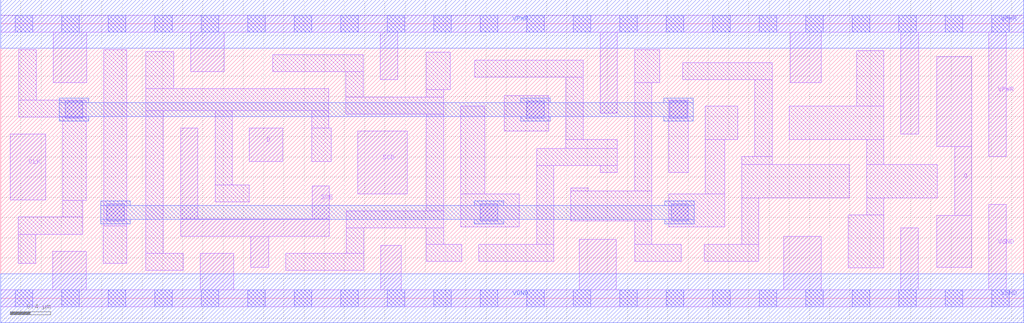
<source format=lef>
# Copyright 2020 The SkyWater PDK Authors
#
# Licensed under the Apache License, Version 2.0 (the "License");
# you may not use this file except in compliance with the License.
# You may obtain a copy of the License at
#
#     https://www.apache.org/licenses/LICENSE-2.0
#
# Unless required by applicable law or agreed to in writing, software
# distributed under the License is distributed on an "AS IS" BASIS,
# WITHOUT WARRANTIES OR CONDITIONS OF ANY KIND, either express or implied.
# See the License for the specific language governing permissions and
# limitations under the License.
#
# SPDX-License-Identifier: Apache-2.0

VERSION 5.7 ;
  NAMESCASESENSITIVE ON ;
  NOWIREEXTENSIONATPIN ON ;
  DIVIDERCHAR "/" ;
  BUSBITCHARS "[]" ;
UNITS
  DATABASE MICRONS 200 ;
END UNITS
MACRO sky130_fd_sc_hd__sdfxtp_2
  CLASS CORE ;
  SOURCE USER ;
  FOREIGN sky130_fd_sc_hd__sdfxtp_2 ;
  ORIGIN  0.000000  0.000000 ;
  SIZE  10.12000 BY  2.720000 ;
  SYMMETRY X Y R90 ;
  SITE unithd ;
  PIN D
    ANTENNAGATEAREA  0.159000 ;
    DIRECTION INPUT ;
    USE SIGNAL ;
    PORT
      LAYER li1 ;
        RECT 2.460000 1.355000 2.790000 1.685000 ;
    END
  END D
  PIN Q
    ANTENNADIFFAREA  0.445500 ;
    DIRECTION OUTPUT ;
    USE SIGNAL ;
    PORT
      LAYER li1 ;
        RECT 9.260000 0.305000 9.605000 0.820000 ;
        RECT 9.260000 1.505000 9.605000 2.395000 ;
        RECT 9.435000 0.820000 9.605000 1.505000 ;
    END
  END Q
  PIN SCD
    ANTENNAGATEAREA  0.159000 ;
    DIRECTION INPUT ;
    USE SIGNAL ;
    PORT
      LAYER li1 ;
        RECT 3.530000 1.035000 4.020000 1.655000 ;
    END
  END SCD
  PIN SCE
    ANTENNAGATEAREA  0.318000 ;
    DIRECTION INPUT ;
    USE SIGNAL ;
    PORT
      LAYER li1 ;
        RECT 1.780000 0.615000 3.250000 0.785000 ;
        RECT 1.780000 0.785000 1.950000 1.685000 ;
        RECT 2.475000 0.305000 2.650000 0.615000 ;
        RECT 3.080000 0.785000 3.250000 1.115000 ;
    END
  END SCE
  PIN CLK
    ANTENNAGATEAREA  0.159000 ;
    DIRECTION INPUT ;
    USE CLOCK ;
    PORT
      LAYER li1 ;
        RECT 0.095000 0.975000 0.445000 1.625000 ;
    END
  END CLK
  PIN VGND
    DIRECTION INOUT ;
    SHAPE ABUTMENT ;
    USE GROUND ;
    PORT
      LAYER li1 ;
        RECT 0.000000 -0.085000 10.120000 0.085000 ;
        RECT 0.515000  0.085000  0.845000 0.465000 ;
        RECT 1.975000  0.085000  2.305000 0.445000 ;
        RECT 3.760000  0.085000  3.960000 0.525000 ;
        RECT 5.720000  0.085000  6.090000 0.585000 ;
        RECT 7.745000  0.085000  8.115000 0.615000 ;
        RECT 8.905000  0.085000  9.075000 0.695000 ;
        RECT 9.775000  0.085000  9.945000 0.930000 ;
      LAYER mcon ;
        RECT 0.145000 -0.085000 0.315000 0.085000 ;
        RECT 0.605000 -0.085000 0.775000 0.085000 ;
        RECT 1.065000 -0.085000 1.235000 0.085000 ;
        RECT 1.525000 -0.085000 1.695000 0.085000 ;
        RECT 1.985000 -0.085000 2.155000 0.085000 ;
        RECT 2.445000 -0.085000 2.615000 0.085000 ;
        RECT 2.905000 -0.085000 3.075000 0.085000 ;
        RECT 3.365000 -0.085000 3.535000 0.085000 ;
        RECT 3.825000 -0.085000 3.995000 0.085000 ;
        RECT 4.285000 -0.085000 4.455000 0.085000 ;
        RECT 4.745000 -0.085000 4.915000 0.085000 ;
        RECT 5.205000 -0.085000 5.375000 0.085000 ;
        RECT 5.665000 -0.085000 5.835000 0.085000 ;
        RECT 6.125000 -0.085000 6.295000 0.085000 ;
        RECT 6.585000 -0.085000 6.755000 0.085000 ;
        RECT 7.045000 -0.085000 7.215000 0.085000 ;
        RECT 7.505000 -0.085000 7.675000 0.085000 ;
        RECT 7.965000 -0.085000 8.135000 0.085000 ;
        RECT 8.425000 -0.085000 8.595000 0.085000 ;
        RECT 8.885000 -0.085000 9.055000 0.085000 ;
        RECT 9.345000 -0.085000 9.515000 0.085000 ;
        RECT 9.805000 -0.085000 9.975000 0.085000 ;
      LAYER met1 ;
        RECT 0.000000 -0.240000 10.120000 0.240000 ;
    END
  END VGND
  PIN VPWR
    DIRECTION INOUT ;
    SHAPE ABUTMENT ;
    USE POWER ;
    PORT
      LAYER li1 ;
        RECT 0.000000 2.635000 10.120000 2.805000 ;
        RECT 0.520000 2.135000  0.850000 2.635000 ;
        RECT 1.880000 2.245000  2.210000 2.635000 ;
        RECT 3.755000 2.165000  3.925000 2.635000 ;
        RECT 5.930000 1.835000  6.100000 2.635000 ;
        RECT 7.810000 2.135000  8.115000 2.635000 ;
        RECT 8.905000 1.625000  9.080000 2.635000 ;
        RECT 9.775000 1.405000  9.945000 2.635000 ;
      LAYER mcon ;
        RECT 0.145000 2.635000 0.315000 2.805000 ;
        RECT 0.605000 2.635000 0.775000 2.805000 ;
        RECT 1.065000 2.635000 1.235000 2.805000 ;
        RECT 1.525000 2.635000 1.695000 2.805000 ;
        RECT 1.985000 2.635000 2.155000 2.805000 ;
        RECT 2.445000 2.635000 2.615000 2.805000 ;
        RECT 2.905000 2.635000 3.075000 2.805000 ;
        RECT 3.365000 2.635000 3.535000 2.805000 ;
        RECT 3.825000 2.635000 3.995000 2.805000 ;
        RECT 4.285000 2.635000 4.455000 2.805000 ;
        RECT 4.745000 2.635000 4.915000 2.805000 ;
        RECT 5.205000 2.635000 5.375000 2.805000 ;
        RECT 5.665000 2.635000 5.835000 2.805000 ;
        RECT 6.125000 2.635000 6.295000 2.805000 ;
        RECT 6.585000 2.635000 6.755000 2.805000 ;
        RECT 7.045000 2.635000 7.215000 2.805000 ;
        RECT 7.505000 2.635000 7.675000 2.805000 ;
        RECT 7.965000 2.635000 8.135000 2.805000 ;
        RECT 8.425000 2.635000 8.595000 2.805000 ;
        RECT 8.885000 2.635000 9.055000 2.805000 ;
        RECT 9.345000 2.635000 9.515000 2.805000 ;
        RECT 9.805000 2.635000 9.975000 2.805000 ;
      LAYER met1 ;
        RECT 0.000000 2.480000 10.120000 2.960000 ;
    END
  END VPWR
  OBS
    LAYER li1 ;
      RECT 0.175000 0.345000 0.345000 0.635000 ;
      RECT 0.175000 0.635000 0.810000 0.805000 ;
      RECT 0.180000 1.795000 0.845000 1.965000 ;
      RECT 0.180000 1.965000 0.350000 2.465000 ;
      RECT 0.615000 0.805000 0.810000 0.970000 ;
      RECT 0.615000 0.970000 0.845000 1.795000 ;
      RECT 1.015000 0.345000 1.245000 0.715000 ;
      RECT 1.020000 0.715000 1.245000 2.465000 ;
      RECT 1.435000 0.275000 1.805000 0.445000 ;
      RECT 1.435000 0.445000 1.605000 1.860000 ;
      RECT 1.435000 1.860000 3.245000 2.075000 ;
      RECT 1.435000 2.075000 1.710000 2.445000 ;
      RECT 2.120000 0.955000 2.460000 1.125000 ;
      RECT 2.120000 1.125000 2.290000 1.860000 ;
      RECT 2.690000 2.245000 3.585000 2.415000 ;
      RECT 2.820000 0.275000 3.590000 0.445000 ;
      RECT 3.075000 1.355000 3.270000 1.685000 ;
      RECT 3.075000 1.685000 3.245000 1.860000 ;
      RECT 3.415000 1.825000 4.380000 1.995000 ;
      RECT 3.415000 1.995000 3.585000 2.245000 ;
      RECT 3.420000 0.445000 3.590000 0.695000 ;
      RECT 3.420000 0.695000 4.380000 0.865000 ;
      RECT 4.210000 0.365000 4.560000 0.535000 ;
      RECT 4.210000 0.535000 4.380000 0.695000 ;
      RECT 4.210000 0.865000 4.380000 1.825000 ;
      RECT 4.210000 1.995000 4.380000 2.065000 ;
      RECT 4.210000 2.065000 4.445000 2.440000 ;
      RECT 4.550000 0.705000 5.130000 1.035000 ;
      RECT 4.550000 1.035000 4.790000 1.905000 ;
      RECT 4.690000 2.190000 5.760000 2.360000 ;
      RECT 4.730000 0.365000 5.470000 0.535000 ;
      RECT 4.980000 1.655000 5.420000 2.010000 ;
      RECT 5.300000 0.535000 5.470000 1.315000 ;
      RECT 5.300000 1.315000 6.100000 1.485000 ;
      RECT 5.590000 1.485000 6.100000 1.575000 ;
      RECT 5.590000 1.575000 5.760000 2.190000 ;
      RECT 5.640000 0.765000 6.440000 1.065000 ;
      RECT 5.640000 1.065000 5.810000 1.095000 ;
      RECT 5.930000 1.245000 6.100000 1.315000 ;
      RECT 6.270000 0.365000 6.730000 0.535000 ;
      RECT 6.270000 0.535000 6.440000 0.765000 ;
      RECT 6.270000 1.065000 6.440000 2.135000 ;
      RECT 6.270000 2.135000 6.520000 2.465000 ;
      RECT 6.610000 0.705000 7.160000 1.035000 ;
      RECT 6.610000 1.245000 6.800000 1.965000 ;
      RECT 6.745000 2.165000 7.630000 2.335000 ;
      RECT 6.960000 0.365000 7.500000 0.535000 ;
      RECT 6.970000 1.035000 7.160000 1.575000 ;
      RECT 6.970000 1.575000 7.290000 1.905000 ;
      RECT 7.330000 0.535000 7.500000 0.995000 ;
      RECT 7.330000 0.995000 8.395000 1.325000 ;
      RECT 7.330000 1.325000 7.630000 1.405000 ;
      RECT 7.460000 1.405000 7.630000 2.165000 ;
      RECT 7.800000 1.575000 8.735000 1.905000 ;
      RECT 8.385000 0.300000 8.735000 0.825000 ;
      RECT 8.465000 1.905000 8.735000 2.455000 ;
      RECT 8.565000 0.825000 8.735000 0.995000 ;
      RECT 8.565000 0.995000 9.265000 1.325000 ;
      RECT 8.565000 1.325000 8.735000 1.575000 ;
    LAYER mcon ;
      RECT 0.640000 1.785000 0.810000 1.955000 ;
      RECT 1.050000 0.765000 1.220000 0.935000 ;
      RECT 4.745000 0.765000 4.915000 0.935000 ;
      RECT 5.205000 1.785000 5.375000 1.955000 ;
      RECT 6.620000 1.785000 6.790000 1.955000 ;
      RECT 6.630000 0.765000 6.800000 0.935000 ;
    LAYER met1 ;
      RECT 0.580000 1.755000 0.870000 1.800000 ;
      RECT 0.580000 1.800000 6.850000 1.940000 ;
      RECT 0.580000 1.940000 0.870000 1.985000 ;
      RECT 0.990000 0.735000 1.280000 0.780000 ;
      RECT 0.990000 0.780000 6.860000 0.920000 ;
      RECT 0.990000 0.920000 1.280000 0.965000 ;
      RECT 4.685000 0.735000 4.975000 0.780000 ;
      RECT 4.685000 0.920000 4.975000 0.965000 ;
      RECT 5.145000 1.755000 5.435000 1.800000 ;
      RECT 5.145000 1.940000 5.435000 1.985000 ;
      RECT 6.560000 1.755000 6.850000 1.800000 ;
      RECT 6.560000 1.940000 6.850000 1.985000 ;
      RECT 6.570000 0.735000 6.860000 0.780000 ;
      RECT 6.570000 0.920000 6.860000 0.965000 ;
  END
END sky130_fd_sc_hd__sdfxtp_2
END LIBRARY

</source>
